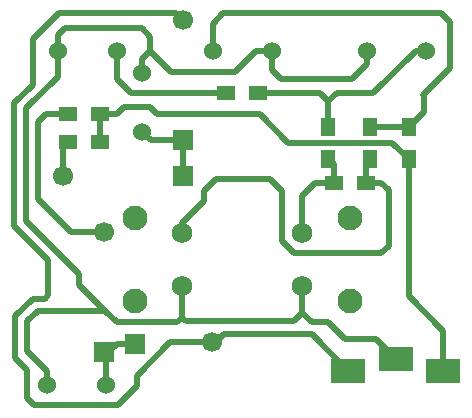
<source format=gbl>
%TF.GenerationSoftware,KiCad,Pcbnew,4.0.4-stable*%
%TF.CreationDate,2016-10-08T17:02:56+01:00*%
%TF.ProjectId,ControlesVolante,436F6E74726F6C6573566F6C616E7465,rev?*%
%TF.FileFunction,Copper,L2,Bot,Signal*%
%FSLAX46Y46*%
G04 Gerber Fmt 4.6, Leading zero omitted, Abs format (unit mm)*
G04 Created by KiCad (PCBNEW 4.0.4-stable) date Sat Oct  8 17:02:56 2016*
%MOMM*%
%LPD*%
G01*
G04 APERTURE LIST*
%ADD10C,0.100000*%
%ADD11C,1.699260*%
%ADD12R,1.699260X1.699260*%
%ADD13R,3.000000X2.000000*%
%ADD14R,1.300000X1.500000*%
%ADD15R,1.500000X1.300000*%
%ADD16C,1.524000*%
%ADD17C,2.100000*%
%ADD18C,1.750000*%
%ADD19C,0.508000*%
G04 APERTURE END LIST*
D10*
D11*
X175070520Y-115297460D03*
D12*
X168510000Y-115400000D03*
D13*
X194610000Y-117700000D03*
X186610000Y-117700000D03*
X190610000Y-116700000D03*
D11*
X165907460Y-105939480D03*
D12*
X165907460Y-116099480D03*
D11*
X172607460Y-88039480D03*
D12*
X172607460Y-98199480D03*
D11*
X162449480Y-101202540D03*
D12*
X172609480Y-101202540D03*
D14*
X191710000Y-97050000D03*
X191710000Y-99750000D03*
X188410000Y-99750000D03*
X188410000Y-97050000D03*
D15*
X185350000Y-101800000D03*
X188050000Y-101800000D03*
D14*
X184910000Y-97050000D03*
X184910000Y-99750000D03*
D15*
X176260000Y-94200000D03*
X178960000Y-94200000D03*
X162860000Y-96000000D03*
X165560000Y-96000000D03*
X165560000Y-98300000D03*
X162860000Y-98300000D03*
D16*
X175110000Y-90600000D03*
X180110000Y-90600000D03*
X193210000Y-90600000D03*
X188210000Y-90600000D03*
X167010000Y-90600000D03*
X162010000Y-90600000D03*
X166110000Y-118900000D03*
X161110000Y-118900000D03*
X169110000Y-97450000D03*
X169110000Y-92450000D03*
D17*
X168510000Y-111760000D03*
D18*
X172510000Y-110500000D03*
X172510000Y-106000000D03*
D17*
X168510000Y-104750000D03*
X186710000Y-104740000D03*
D18*
X182710000Y-106000000D03*
X182710000Y-110500000D03*
D17*
X186710000Y-111750000D03*
D19*
X191710000Y-99750000D02*
X191710000Y-111400000D01*
X194610000Y-114300000D02*
X194610000Y-117700000D01*
X191710000Y-111400000D02*
X194610000Y-114300000D01*
X170410000Y-96000000D02*
X169810000Y-95400000D01*
X169810000Y-95400000D02*
X167610000Y-95400000D01*
X167610000Y-95400000D02*
X167010000Y-96000000D01*
X165560000Y-96000000D02*
X167010000Y-96000000D01*
X181510000Y-98400000D02*
X179110000Y-96000000D01*
X190310000Y-98400000D02*
X181510000Y-98400000D01*
X191610000Y-99700000D02*
X190310000Y-98400000D01*
X179110000Y-96000000D02*
X170410000Y-96000000D01*
X165560000Y-96000000D02*
X165560000Y-98300000D01*
X165560000Y-96000000D02*
X165810000Y-96000000D01*
X168710000Y-119000000D02*
X168710000Y-118100000D01*
X159410000Y-120000000D02*
X160010000Y-120600000D01*
X160010000Y-120600000D02*
X167110000Y-120600000D01*
X159889158Y-111583998D02*
X160926002Y-111583998D01*
X158393998Y-113079158D02*
X159889158Y-111583998D01*
X158393998Y-116583998D02*
X158393998Y-113079158D01*
X159410000Y-117600000D02*
X158393998Y-116583998D01*
X167110000Y-120600000D02*
X168710000Y-119000000D01*
X172607460Y-88039480D02*
X171967980Y-87400000D01*
X162110000Y-87400000D02*
X171967980Y-87400000D01*
X159910000Y-89600000D02*
X162110000Y-87400000D01*
X159910000Y-93463156D02*
X159910000Y-89600000D01*
X158309710Y-95063446D02*
X159910000Y-93463156D01*
X158309710Y-105436554D02*
X158309710Y-95063446D01*
X161210000Y-108336844D02*
X158309710Y-105436554D01*
X161210000Y-111300000D02*
X161210000Y-108336844D01*
X160926002Y-111583998D02*
X161210000Y-111300000D01*
X159410000Y-117600000D02*
X159410000Y-120000000D01*
X171512540Y-115297460D02*
X175070520Y-115297460D01*
X168710000Y-118100000D02*
X171512540Y-115297460D01*
X183526002Y-114616002D02*
X186610000Y-117700000D01*
X175428542Y-115297460D02*
X176110000Y-114616002D01*
X176110000Y-114616002D02*
X183526002Y-114616002D01*
X175070520Y-115297460D02*
X175428542Y-115297460D01*
X172207460Y-87639480D02*
X172607460Y-88039480D01*
X175070520Y-115055482D02*
X175070520Y-115297460D01*
X175070520Y-115297460D02*
X175070520Y-115276522D01*
X186610000Y-117700000D02*
X186610000Y-117100000D01*
X163810000Y-109500000D02*
X163810000Y-110400000D01*
X162010000Y-92800000D02*
X159325712Y-95484288D01*
X159325712Y-95484288D02*
X159325712Y-105015712D01*
X159325712Y-105015712D02*
X163810000Y-109500000D01*
X162010000Y-90600000D02*
X162010000Y-92800000D01*
X163810000Y-110400000D02*
X166010000Y-112600000D01*
X182710000Y-112800000D02*
X182010000Y-113500000D01*
X172810000Y-113500000D02*
X172510000Y-113200000D01*
X182010000Y-113500000D02*
X172810000Y-113500000D01*
X182710000Y-112800000D02*
X182710000Y-112700000D01*
X167010000Y-113600000D02*
X172110000Y-113600000D01*
X172110000Y-113600000D02*
X172510000Y-113200000D01*
X166010000Y-112600000D02*
X167010000Y-113600000D01*
X161110000Y-117700000D02*
X159410000Y-116000000D01*
X166010000Y-112600000D02*
X163510000Y-112600000D01*
X160310000Y-112600000D02*
X163510000Y-112600000D01*
X161110000Y-118900000D02*
X161110000Y-117700000D01*
X159410000Y-113500000D02*
X160310000Y-112600000D01*
X159410000Y-116000000D02*
X159410000Y-113500000D01*
X172510000Y-113200000D02*
X172510000Y-110500000D01*
X182710000Y-112700000D02*
X182710000Y-112800000D01*
X182710000Y-112800000D02*
X183510000Y-113600000D01*
X188910000Y-115000000D02*
X190610000Y-116700000D01*
X186310000Y-115000000D02*
X188910000Y-115000000D01*
X184910000Y-113600000D02*
X186310000Y-115000000D01*
X183510000Y-113600000D02*
X184910000Y-113600000D01*
X182710000Y-110500000D02*
X182710000Y-112700000D01*
X182610000Y-110600000D02*
X182710000Y-110500000D01*
X190610000Y-116700000D02*
X189610000Y-116700000D01*
X169110000Y-92450000D02*
X169110000Y-91300000D01*
X169110000Y-91300000D02*
X169810000Y-90600000D01*
X161210000Y-118900000D02*
X161110000Y-118900000D01*
X180110000Y-90600000D02*
X178810000Y-90600000D01*
X178810000Y-90600000D02*
X177010000Y-92400000D01*
X177010000Y-92400000D02*
X171610000Y-92400000D01*
X171610000Y-92400000D02*
X169810000Y-90600000D01*
X169810000Y-90600000D02*
X169810000Y-89400000D01*
X169810000Y-89400000D02*
X169110000Y-88700000D01*
X169110000Y-88700000D02*
X162610000Y-88700000D01*
X162610000Y-88700000D02*
X162010000Y-89300000D01*
X162010000Y-89300000D02*
X162010000Y-90600000D01*
X180110000Y-92200000D02*
X180110000Y-90600000D01*
X180910000Y-93000000D02*
X180110000Y-92200000D01*
X186910000Y-93000000D02*
X180910000Y-93000000D01*
X188210000Y-91700000D02*
X186910000Y-93000000D01*
X188210000Y-90600000D02*
X188210000Y-91700000D01*
X167012020Y-115400000D02*
X168510000Y-115400000D01*
X166110000Y-116302020D02*
X167012020Y-115400000D01*
X166110000Y-118900000D02*
X166110000Y-116302020D01*
X188410000Y-97050000D02*
X191710000Y-97050000D01*
X191710000Y-97050000D02*
X193010000Y-95750000D01*
X193010000Y-95750000D02*
X193010000Y-94300000D01*
X192960000Y-94350000D02*
X193010000Y-94300000D01*
X193010000Y-94300000D02*
X195210000Y-92100000D01*
X195210000Y-92100000D02*
X195210000Y-88200000D01*
X195210000Y-88200000D02*
X194410000Y-87400000D01*
X175110000Y-88300000D02*
X176010000Y-87400000D01*
X176010000Y-87400000D02*
X194410000Y-87400000D01*
X175110000Y-88300000D02*
X175110000Y-90600000D01*
X172510000Y-106000000D02*
X172510000Y-105190000D01*
X172510000Y-105190000D02*
X174400000Y-103300000D01*
X174400000Y-103300000D02*
X174400000Y-102500000D01*
X174400000Y-102500000D02*
X175400000Y-101500000D01*
X181000000Y-104336844D02*
X181000000Y-102500000D01*
X181000000Y-104336844D02*
X181000000Y-106700000D01*
X181000000Y-106700000D02*
X182000000Y-107700000D01*
X182000000Y-107700000D02*
X183500000Y-107700000D01*
X189400000Y-101800000D02*
X190000000Y-102400000D01*
X190000000Y-102400000D02*
X190000000Y-107100000D01*
X190000000Y-107100000D02*
X189400000Y-107700000D01*
X189400000Y-107700000D02*
X183500000Y-107700000D01*
X188050000Y-101800000D02*
X189400000Y-101800000D01*
X180000000Y-101500000D02*
X175400000Y-101500000D01*
X181000000Y-102500000D02*
X180000000Y-101500000D01*
X188050000Y-101800000D02*
X188050000Y-100110000D01*
X188050000Y-100110000D02*
X188410000Y-99750000D01*
X182710000Y-106000000D02*
X182710000Y-102890000D01*
X183800000Y-101800000D02*
X185350000Y-101800000D01*
X182710000Y-102890000D02*
X183800000Y-101800000D01*
X185350000Y-101800000D02*
X185350000Y-100190000D01*
X185350000Y-100190000D02*
X184910000Y-99750000D01*
X193210000Y-90600000D02*
X192310000Y-90600000D01*
X185610000Y-94200000D02*
X184910000Y-94900000D01*
X188710000Y-94200000D02*
X185610000Y-94200000D01*
X192310000Y-90600000D02*
X188710000Y-94200000D01*
X178960000Y-94200000D02*
X184210000Y-94200000D01*
X184910000Y-94900000D02*
X184910000Y-97050000D01*
X184210000Y-94200000D02*
X184910000Y-94900000D01*
X165907460Y-105939480D02*
X163107460Y-105939480D01*
X161010000Y-96000000D02*
X162860000Y-96000000D01*
X161010000Y-96000000D02*
X160341714Y-96668286D01*
X160341714Y-96668286D02*
X160341714Y-103173734D01*
X160341714Y-103173734D02*
X161407460Y-104239480D01*
X163107460Y-105939480D02*
X161407460Y-104239480D01*
X172609480Y-101202540D02*
X172609480Y-98201500D01*
X172609480Y-98201500D02*
X172607460Y-98199480D01*
X172607460Y-98199480D02*
X169859480Y-98199480D01*
X169859480Y-98199480D02*
X169110000Y-97450000D01*
X162449480Y-98710520D02*
X162860000Y-98300000D01*
X162449480Y-101202540D02*
X162449480Y-98710520D01*
X167010000Y-90600000D02*
X167010000Y-93000000D01*
X167010000Y-93000000D02*
X168210000Y-94200000D01*
X168210000Y-94200000D02*
X176260000Y-94200000D01*
X167338838Y-90928838D02*
X167010000Y-90600000D01*
M02*

</source>
